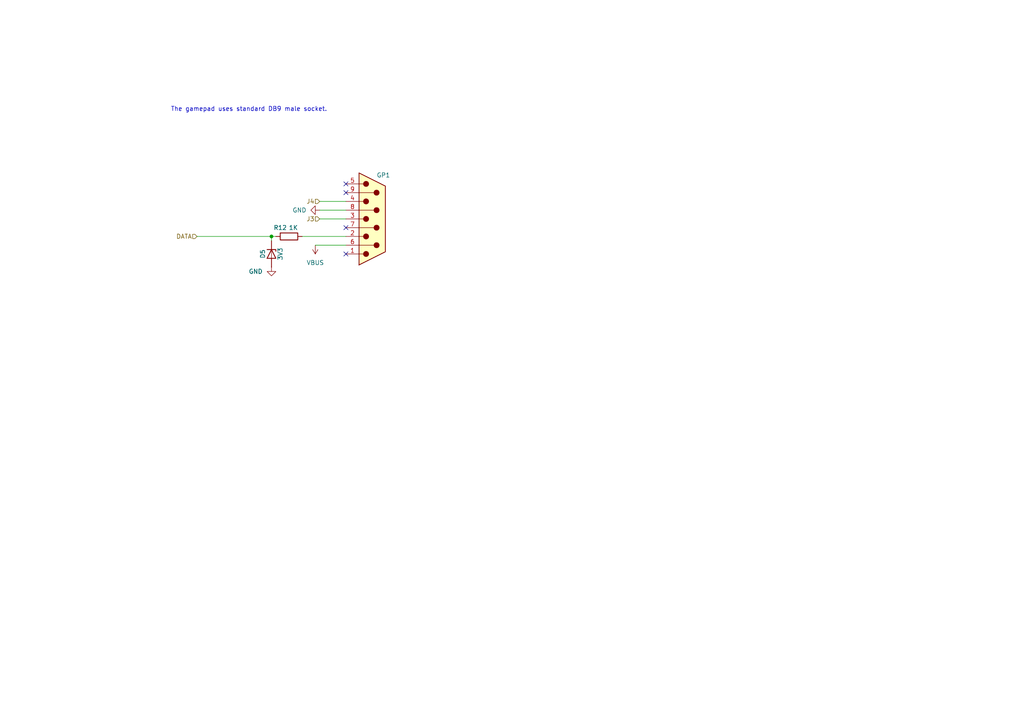
<source format=kicad_sch>
(kicad_sch (version 20231120) (generator "eeschema") (generator_version "8.0")
  (paper "A4")
  (title_block (title "FRANK") (date "2025-02-18") (rev "1.13") (company "Mikhail Matveev") (comment 1 "https://github.com/xtremespb/frank"))
  (lib_symbols
    (symbol "Device:D_Zener" (pin_numbers hide) (pin_names (offset 1.016) hide)
      (property "Reference" "D" (at 0 2.54 0))
      (property "Value" "D_Zener" (at 0 -2.54 0))
      (symbol "D_Zener_0_1"
        (polyline (pts (xy 1.27 0) (xy -1.27 0)))
        (polyline (pts (xy -1.27 -1.27) (xy -1.27 1.27) (xy -0.762 1.27)) (stroke (width 0.254)))
        (polyline (pts (xy 1.27 -1.27) (xy 1.27 1.27) (xy -1.27 0) (xy 1.27 -1.27)) (stroke (width 0.254)))
      )
      (symbol "D_Zener_1_1"
        (pin passive line (at -3.81 0 0) (length 2.54) (name "K") (number "1"))
        (pin passive line (at 3.81 0 180) (length 2.54) (name "A") (number "2"))
      )
    )
    (symbol "Device:R" (pin_numbers hide) (pin_names (offset 0))
      (property "Reference" "R" (at 2.032 0 90))
      (property "Value" "R" (at 0 0 90))
      (symbol "R_0_1"
        (rectangle (start -1.016 -2.54) (end 1.016 2.54) (stroke (width 0.254)))
      )
      (symbol "R_1_1"
        (pin passive line (at 0 3.81 270) (length 1.27) (name "~") (number "1"))
        (pin passive line (at 0 -3.81 90) (length 1.27) (name "~") (number "2"))
      )
    )
    (symbol "FRANK:DB9_Male_Small" (pin_names (offset 1.016) hide)
      (property "Reference" "JOY1" (at 1.27 12.7 0))
      (symbol "DB9_Male_Small_0_1"
        (circle (center -1.778 -10.16) (radius 0.762) (fill (type outline)))
        (circle (center -1.778 -5.08) (radius 0.762) (fill (type outline)))
        (circle (center -1.778 0) (radius 0.762) (fill (type outline)))
        (circle (center -1.778 5.08) (radius 0.762) (fill (type outline)))
        (circle (center -1.778 10.16) (radius 0.762) (fill (type outline)))
        (polyline (pts (xy -3.81 -10.16) (xy -2.54 -10.16)))
        (polyline (pts (xy -3.81 -7.62) (xy 0.508 -7.62)))
        (polyline (pts (xy -3.81 -5.08) (xy -2.54 -5.08)))
        (polyline (pts (xy -3.81 -2.54) (xy 0.508 -2.54)))
        (polyline (pts (xy -3.81 0) (xy -2.54 0)))
        (polyline (pts (xy -3.81 2.54) (xy 0.508 2.54)))
        (polyline (pts (xy -3.81 5.08) (xy -2.54 5.08)))
        (polyline (pts (xy -3.81 7.62) (xy 0.508 7.62)))
        (polyline (pts (xy -3.81 10.16) (xy -2.54 10.16)))
        (polyline (pts (xy -3.81 -13.335) (xy -3.81 13.335) (xy 3.81 9.525) (xy 3.81 -9.525) (xy -3.81 -13.335)) (stroke (width 0.254)) (fill (type background)))
        (circle (center 1.27 -7.62) (radius 0.762) (fill (type outline)))
        (circle (center 1.27 -2.54) (radius 0.762) (fill (type outline)))
        (circle (center 1.27 2.54) (radius 0.762) (fill (type outline)))
        (circle (center 1.27 7.62) (radius 0.762) (fill (type outline)))
      )
      (symbol "DB9_Male_Small_1_1"
        (pin passive line (at -7.62 -10.16 0) (length 3.81) (name "1") (number "1"))
        (pin passive line (at -7.62 -5.08 0) (length 3.81) (name "2") (number "2"))
        (pin passive line (at -7.62 0 0) (length 3.81) (name "3") (number "3"))
        (pin passive line (at -7.62 5.08 0) (length 3.81) (name "4") (number "4"))
        (pin passive line (at -7.62 10.16 0) (length 3.81) (name "5") (number "5"))
        (pin passive line (at -7.62 -7.62 0) (length 3.81) (name "6") (number "6"))
        (pin passive line (at -7.62 -2.54 0) (length 3.81) (name "7") (number "7"))
        (pin passive line (at -7.62 2.54 0) (length 3.81) (name "8") (number "8"))
        (pin passive line (at -7.62 7.62 0) (length 3.81) (name "9") (number "9"))
      )
    )
    (symbol "GND_1" (power) (pin_numbers hide) (pin_names (offset 0) hide)
      (property "Value" "GND" (at 0 -3.81 0))
      (symbol "GND_1_0_1"
        (polyline (pts (xy 0 0) (xy 0 -1.27) (xy 1.27 -1.27) (xy 0 -2.54) (xy -1.27 -1.27) (xy 0 -1.27)))
      )
      (symbol "GND_1_1_1"
        (pin power_in line (at 0 0 270) (length 0) (name "~") (number "1"))
      )
    )
    (symbol "power:GND" (power) (pin_numbers hide) (pin_names (offset 0) hide)
      (property "Value" "GND" (at 0 -3.81 0))
      (symbol "GND_0_1"
        (polyline (pts (xy 0 0) (xy 0 -1.27) (xy 1.27 -1.27) (xy 0 -2.54) (xy -1.27 -1.27) (xy 0 -1.27)))
      )
      (symbol "GND_1_1"
        (pin power_in line (at 0 0 270) (length 0) (name "~") (number "1"))
      )
    )
    (symbol "power:VBUS" (power) (pin_numbers hide) (pin_names (offset 0) hide)
      (property "Value" "VBUS" (at 0 3.556 0))
      (symbol "VBUS_0_1"
        (polyline (pts (xy -0.762 1.27) (xy 0 2.54)))
        (polyline (pts (xy 0 0) (xy 0 2.54)))
        (polyline (pts (xy 0 2.54) (xy 0.762 1.27)))
      )
      (symbol "VBUS_1_1"
        (pin power_in line (at 0 0 90) (length 0) (name "~") (number "1"))
      )
    )
  )
  (junction (at 78.74 68.58))
  (no_connect (at 100.33 55.88))
  (no_connect (at 100.33 53.34))
  (no_connect (at 100.33 66.04))
  (no_connect (at 100.33 73.66))
  (wire (pts (xy 92.71 63.5) (xy 100.33 63.5)))
  (wire (pts (xy 92.71 58.42) (xy 100.33 58.42)))
  (wire (pts (xy 91.44 71.12) (xy 100.33 71.12)))
  (wire (pts (xy 78.74 68.58) (xy 78.74 69.85)))
  (wire (pts (xy 57.15 68.58) (xy 78.74 68.58)))
  (wire (pts (xy 80.01 68.58) (xy 78.74 68.58)))
  (wire (pts (xy 92.71 60.96) (xy 100.33 60.96)))
  (wire (pts (xy 87.63 68.58) (xy 100.33 68.58)))
  (text "The gamepad uses standard DB9 male socket." (at 49.53 31.75 0) (effects (font (size 1.27 1.27)) (justify left)))
  (hierarchical_label "J4" (shape input) (at 92.71 58.42 180))
  (hierarchical_label "J3" (shape input) (at 92.71 63.5 180))
  (hierarchical_label "DATA" (shape input) (at 57.15 68.58 180))
  (symbol (lib_id "power:GND") (at 78.74 77.47 0) (unit 1)
    (property "Reference" "#PWR033" (effects (hide yes)))
    (property "Value" "GND" (at 76.2 78.74 0) (effects (justify right)))
    (property "Description" "Power symbol creates a global label with name \"GND\" , ground" (effects (hide yes)))
    (instances (project "" (path "" (reference "#PWR033") (unit 1)) (path "" (reference "#PWR036") (unit 1))))
  )
  (symbol (lib_id "Device:D_Zener") (at 78.74 73.66 270) (unit 1)
    (property "Reference" "D5" (at 76.2 73.66 0))
    (property "Value" "3V3" (at 81.28 73.66 0))
    (property "Footprint" "FRANK:Diode (SOD-323)" (effects (hide yes)))
    (property "Datasheet" "https://www.vishay.com/docs/83335/bzx384g.pdf" (effects (hide yes)))
    (property "AliExpress" "https://www.aliexpress.com/item/1005006143480992.html" (effects (hide yes)))
    (instances (project "" (path "" (reference "D5") (unit 1)) (path "" (reference "D6") (unit 1))))
  )
  (symbol (lib_id "power:VBUS") (at 91.44 71.12 180) (unit 1)
    (property "Reference" "#PWR032" (effects (hide yes)))
    (property "Value" "VBUS" (at 91.44 76.2 0))
    (property "Description" "Power symbol creates a global label with name \"VBUS\"" (effects (hide yes)))
    (instances (project "" (path "" (reference "#PWR032") (unit 1)) (path "" (reference "#PWR035") (unit 1))))
  )
  (symbol (lib_id "FRANK:DB9_Male_Small") (at 107.95 63.5 0) (unit 1)
    (property "Reference" "GP1" (at 109.22 50.8 0) (effects (justify left)))
    (property "Value" "D-SUB 9 Male" (effects (hide yes)))
    (property "Footprint" "FRANK:D-SUB (9 pin, male, top mount)" (effects (hide yes)))
    (property "Datasheet" "https://eu.mouser.com/datasheet/2/578/original-3313093.pdf" (effects (hide yes)))
    (property "AliExpress" "https://www.aliexpress.com/item/4001214300548.html" (effects (hide yes)))
    (instances (project "" (path "" (reference "GP1") (unit 1)) (path "" (reference "GP2") (unit 1))))
  )
  (symbol (lib_name "GND_1") (lib_id "power:GND") (at 92.71 60.96 270) (unit 1)
    (property "Reference" "#PWR031" (effects (hide yes)))
    (property "Value" "GND" (at 88.9 60.9599 90) (effects (justify right)))
    (property "Description" "Power symbol creates a global label with name \"GND\" , ground" (effects (hide yes)))
    (instances (project "" (path "" (reference "#PWR031") (unit 1)) (path "" (reference "#PWR034") (unit 1))))
  )
  (symbol (lib_id "Device:R") (at 83.82 68.58 90) (unit 1)
    (property "Reference" "R12" (at 81.28 66.04 90))
    (property "Value" "1K" (at 85.09 66.04 90))
    (property "Footprint" "FRANK:Resistor (0805)" (effects (hide yes)))
    (property "Datasheet" "https://www.vishay.com/docs/28952/mcs0402at-mct0603at-mcu0805at-mca1206at.pdf" (effects (hide yes)))
    (property "AliExpress" "https://www.aliexpress.com/item/1005005945735199.html" (effects (hide yes)))
    (instances (project "" (path "" (reference "R12") (unit 1)) (path "" (reference "R13") (unit 1))))
  )
)
</source>
